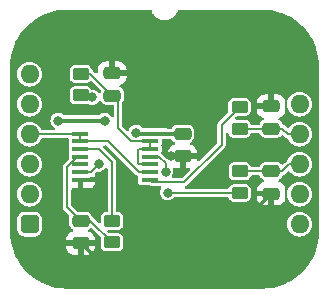
<source format=gtl>
%TF.GenerationSoftware,KiCad,Pcbnew,8.0.3*%
%TF.CreationDate,2024-06-12T09:31:00+02:00*%
%TF.ProjectId,W65C816 Latch,57363543-3831-4362-904c-617463682e6b,V1*%
%TF.SameCoordinates,PX54c81a0PY37b6b20*%
%TF.FileFunction,Copper,L1,Top*%
%TF.FilePolarity,Positive*%
%FSLAX46Y46*%
G04 Gerber Fmt 4.6, Leading zero omitted, Abs format (unit mm)*
G04 Created by KiCad (PCBNEW 8.0.3) date 2024-06-12 09:31:00*
%MOMM*%
%LPD*%
G01*
G04 APERTURE LIST*
G04 Aperture macros list*
%AMRoundRect*
0 Rectangle with rounded corners*
0 $1 Rounding radius*
0 $2 $3 $4 $5 $6 $7 $8 $9 X,Y pos of 4 corners*
0 Add a 4 corners polygon primitive as box body*
4,1,4,$2,$3,$4,$5,$6,$7,$8,$9,$2,$3,0*
0 Add four circle primitives for the rounded corners*
1,1,$1+$1,$2,$3*
1,1,$1+$1,$4,$5*
1,1,$1+$1,$6,$7*
1,1,$1+$1,$8,$9*
0 Add four rect primitives between the rounded corners*
20,1,$1+$1,$2,$3,$4,$5,0*
20,1,$1+$1,$4,$5,$6,$7,0*
20,1,$1+$1,$6,$7,$8,$9,0*
20,1,$1+$1,$8,$9,$2,$3,0*%
G04 Aperture macros list end*
%TA.AperFunction,ComponentPad*%
%ADD10O,1.600000X1.600000*%
%TD*%
%TA.AperFunction,ComponentPad*%
%ADD11RoundRect,0.400000X-0.400000X-0.400000X0.400000X-0.400000X0.400000X0.400000X-0.400000X0.400000X0*%
%TD*%
%TA.AperFunction,ComponentPad*%
%ADD12R,1.600000X1.600000*%
%TD*%
%TA.AperFunction,SMDPad,CuDef*%
%ADD13RoundRect,0.250000X-0.450000X0.262500X-0.450000X-0.262500X0.450000X-0.262500X0.450000X0.262500X0*%
%TD*%
%TA.AperFunction,SMDPad,CuDef*%
%ADD14RoundRect,0.250000X0.450000X-0.262500X0.450000X0.262500X-0.450000X0.262500X-0.450000X-0.262500X0*%
%TD*%
%TA.AperFunction,SMDPad,CuDef*%
%ADD15R,1.475000X0.450000*%
%TD*%
%TA.AperFunction,SMDPad,CuDef*%
%ADD16RoundRect,0.250000X0.475000X-0.250000X0.475000X0.250000X-0.475000X0.250000X-0.475000X-0.250000X0*%
%TD*%
%TA.AperFunction,SMDPad,CuDef*%
%ADD17RoundRect,0.250000X-0.475000X0.250000X-0.475000X-0.250000X0.475000X-0.250000X0.475000X0.250000X0*%
%TD*%
%TA.AperFunction,ViaPad*%
%ADD18C,0.800000*%
%TD*%
%TA.AperFunction,Conductor*%
%ADD19C,0.200000*%
%TD*%
%TA.AperFunction,Conductor*%
%ADD20C,0.380000*%
%TD*%
G04 APERTURE END LIST*
D10*
%TO.P,J2,1,Pin_1*%
%TO.N,unconnected-(J2-Pin_1-Pad1)*%
X0Y0D03*
%TO.P,J2,2,Pin_2*%
%TO.N,unconnected-(J2-Pin_2-Pad2)*%
X0Y-2540000D03*
%TO.P,J2,3,Pin_3*%
%TO.N,/~{PHI2}*%
X0Y-5080000D03*
%TO.P,J2,4,Pin_4*%
%TO.N,unconnected-(J2-Pin_4-Pad4)*%
X0Y-7620000D03*
%TO.P,J2,5,Pin_5*%
%TO.N,unconnected-(J2-Pin_5-Pad5)*%
X0Y-10160000D03*
D11*
%TO.P,J2,6,Pin_6*%
%TO.N,3.3V*%
X0Y-12700000D03*
D10*
%TO.P,J2,7,Pin_7*%
%TO.N,unconnected-(J2-Pin_7-Pad7)*%
X22860000Y-12700000D03*
%TO.P,J2,8,Pin_8*%
%TO.N,unconnected-(J2-Pin_8-Pad8)*%
X22860000Y-10160000D03*
%TO.P,J2,9,Pin_9*%
%TO.N,/~{Trans Out}*%
X22860000Y-7620000D03*
%TO.P,J2,10,Pin_10*%
%TO.N,/Bank Latch*%
X22860000Y-5080000D03*
%TO.P,J2,11,Pin_11*%
%TO.N,unconnected-(J2-Pin_11-Pad11)*%
X22860000Y-2540000D03*
D12*
%TO.P,J2,12,Pin_12*%
%TO.N,GND*%
X22860000Y0D03*
%TD*%
D13*
%TO.P,R4,1*%
%TO.N,/~{Trans Out}*%
X17790000Y-8231500D03*
%TO.P,R4,2*%
%TO.N,Net-(IC1-4Y)*%
X17790000Y-10056500D03*
%TD*%
D14*
%TO.P,R3,1*%
%TO.N,/Bank Latch*%
X17770000Y-4619000D03*
%TO.P,R3,2*%
%TO.N,Net-(IC1-3Y)*%
X17770000Y-2794000D03*
%TD*%
D13*
%TO.P,R2,1*%
%TO.N,/~{PHI2}_{3}*%
X4328000Y23500D03*
%TO.P,R2,2*%
%TO.N,Net-(IC1-2Y)*%
X4328000Y-1801500D03*
%TD*%
D14*
%TO.P,R1,1*%
%TO.N,/~{PHI2}_{2}*%
X6975000Y-14247500D03*
%TO.P,R1,2*%
%TO.N,Net-(IC1-1Y)*%
X6975000Y-12422500D03*
%TD*%
D15*
%TO.P,IC1,1,1A*%
%TO.N,/~{PHI2}*%
X4301000Y-5035000D03*
%TO.P,IC1,2,1B*%
X4301000Y-5685000D03*
%TO.P,IC1,3,1Y*%
%TO.N,Net-(IC1-1Y)*%
X4301000Y-6335000D03*
%TO.P,IC1,4,2A*%
%TO.N,/~{PHI2}_{2}*%
X4301000Y-6985000D03*
%TO.P,IC1,5,2B*%
X4301000Y-7635000D03*
%TO.P,IC1,6,2Y*%
%TO.N,Net-(IC1-2Y)*%
X4301000Y-8285000D03*
%TO.P,IC1,7,GND*%
%TO.N,GND*%
X4301000Y-8935000D03*
%TO.P,IC1,8,3Y*%
%TO.N,Net-(IC1-3Y)*%
X10177000Y-8935000D03*
%TO.P,IC1,9,3A*%
%TO.N,/~{PHI2}*%
X10177000Y-8285000D03*
%TO.P,IC1,10,3B*%
%TO.N,/~{PHI2}_{3}*%
X10177000Y-7635000D03*
%TO.P,IC1,11,4Y*%
%TO.N,Net-(IC1-4Y)*%
X10177000Y-6985000D03*
%TO.P,IC1,12,4A*%
%TO.N,/~{PHI2}_{3}*%
X10177000Y-6335000D03*
%TO.P,IC1,13,4B*%
X10177000Y-5685000D03*
%TO.P,IC1,14,3V*%
%TO.N,3.3V*%
X10177000Y-5035000D03*
%TD*%
D16*
%TO.P,C4,1*%
%TO.N,/Bank Latch*%
X20447000Y-4617000D03*
%TO.P,C4,2*%
%TO.N,GND*%
X20447000Y-2717000D03*
%TD*%
%TO.P,C3,1*%
%TO.N,/~{PHI2}_{3}*%
X6985000Y-1823000D03*
%TO.P,C3,2*%
%TO.N,GND*%
X6985000Y77000D03*
%TD*%
D17*
%TO.P,C2,1*%
%TO.N,/~{PHI2}_{2}*%
X4318000Y-12401000D03*
%TO.P,C2,2*%
%TO.N,GND*%
X4318000Y-14301000D03*
%TD*%
%TO.P,C1,1*%
%TO.N,3.3V*%
X12954000Y-5035000D03*
%TO.P,C1,2*%
%TO.N,GND*%
X12954000Y-6935000D03*
%TD*%
%TO.P,C5,1*%
%TO.N,/~{Trans Out}*%
X20447000Y-8210000D03*
%TO.P,C5,2*%
%TO.N,GND*%
X20447000Y-10110000D03*
%TD*%
D18*
%TO.N,3.3V*%
X6350000Y-3937000D03*
X2413000Y-3937000D03*
%TO.N,GND*%
X6225000Y-8805944D03*
%TO.N,3.3V*%
X9017000Y-4953000D03*
%TO.N,GND*%
X11939252Y-6917037D03*
X13970000Y-127000D03*
%TO.N,Net-(IC1-4Y)*%
X11514502Y-8255000D03*
X11684000Y-10033000D03*
%TO.N,Net-(IC1-2Y)*%
X5842000Y-7620000D03*
X5264919Y-1974081D03*
%TD*%
D19*
%TO.N,Net-(IC1-1Y)*%
X5871661Y-6335000D02*
X4301000Y-6335000D01*
D20*
%TO.N,GND*%
X4301000Y-8935000D02*
X6095944Y-8935000D01*
X6095944Y-8935000D02*
X6225000Y-8805944D01*
D19*
%TO.N,Net-(IC1-1Y)*%
X6975000Y-7438339D02*
X5871661Y-6335000D01*
X6975000Y-12422500D02*
X6975000Y-7438339D01*
%TO.N,Net-(IC1-2Y)*%
X4301000Y-8285000D02*
X5177000Y-8285000D01*
X5177000Y-8285000D02*
X5842000Y-7620000D01*
%TO.N,/~{PHI2}_{3}*%
X8606000Y-5685000D02*
X10177000Y-5685000D01*
X7484938Y-4563938D02*
X8606000Y-5685000D01*
X6985000Y-1823000D02*
X7484938Y-2322938D01*
D20*
%TO.N,3.3V*%
X2413000Y-3937000D02*
X6350000Y-3937000D01*
D19*
%TO.N,/~{PHI2}_{3}*%
X7484938Y-2322938D02*
X7484938Y-4563938D01*
D20*
%TO.N,3.3V*%
X10177000Y-5035000D02*
X9099000Y-5035000D01*
X9099000Y-5035000D02*
X9017000Y-4953000D01*
%TO.N,GND*%
X11957215Y-6935000D02*
X11939252Y-6917037D01*
D19*
%TO.N,Net-(IC1-4Y)*%
X11514502Y-8255000D02*
X11514502Y-7565512D01*
X10933990Y-6985000D02*
X10177000Y-6985000D01*
D20*
%TO.N,GND*%
X12954000Y-6935000D02*
X11957215Y-6935000D01*
D19*
%TO.N,Net-(IC1-4Y)*%
X11514502Y-7565512D02*
X10933990Y-6985000D01*
%TO.N,Net-(IC1-3Y)*%
X16256000Y-4308000D02*
X17770000Y-2794000D01*
X16256000Y-5969000D02*
X16256000Y-4308000D01*
X10177000Y-8935000D02*
X10374000Y-9132000D01*
X10374000Y-9132000D02*
X13093000Y-9132000D01*
X13093000Y-9132000D02*
X16256000Y-5969000D01*
D20*
%TO.N,GND*%
X5167000Y-15150000D02*
X4318000Y-14301000D01*
X15407000Y-15150000D02*
X5167000Y-15150000D01*
X20447000Y-10110000D02*
X15407000Y-15150000D01*
X13766000Y77000D02*
X6985000Y77000D01*
X13970000Y-127000D02*
X13766000Y77000D01*
X18796000Y-127000D02*
X20447000Y-1778000D01*
X13970000Y-127000D02*
X18796000Y-127000D01*
X20447000Y-1778000D02*
X20447000Y-2717000D01*
X22225000Y0D02*
X20447000Y-1778000D01*
X22860000Y0D02*
X22225000Y0D01*
%TO.N,3.3V*%
X11512000Y-5035000D02*
X11557000Y-5080000D01*
X10177000Y-5035000D02*
X11512000Y-5035000D01*
D19*
%TO.N,Net-(IC1-4Y)*%
X11707500Y-10056500D02*
X11684000Y-10033000D01*
X17790000Y-10056500D02*
X11707500Y-10056500D01*
%TO.N,/~{Trans Out}*%
X17790000Y-8231500D02*
X20425500Y-8231500D01*
%TO.N,/Bank Latch*%
X21844000Y-5080000D02*
X22860000Y-5080000D01*
X21381000Y-4617000D02*
X21844000Y-5080000D01*
X20447000Y-4617000D02*
X21381000Y-4617000D01*
%TO.N,/~{Trans Out}*%
X21971000Y-7620000D02*
X22860000Y-7620000D01*
X21381000Y-8210000D02*
X21971000Y-7620000D01*
X20447000Y-8210000D02*
X21381000Y-8210000D01*
%TO.N,/Bank Latch*%
X17770000Y-4619000D02*
X20445000Y-4619000D01*
%TO.N,/~{PHI2}_{3}*%
X9264500Y-7635000D02*
X10177000Y-7635000D01*
X9139500Y-7510000D02*
X9264500Y-7635000D01*
X9139500Y-6435000D02*
X9139500Y-7510000D01*
X9239500Y-6335000D02*
X9139500Y-6435000D01*
X10177000Y-6335000D02*
X9239500Y-6335000D01*
X10177000Y-5685000D02*
X10177000Y-6335000D01*
X5138500Y23500D02*
X6985000Y-1823000D01*
X4328000Y23500D02*
X5138500Y23500D01*
%TO.N,Net-(IC1-2Y)*%
X5092338Y-1801500D02*
X5264919Y-1974081D01*
X4328000Y-1801500D02*
X5092338Y-1801500D01*
%TO.N,/~{PHI2}_{2}*%
X5128500Y-12401000D02*
X6975000Y-14247500D01*
X4318000Y-12401000D02*
X5128500Y-12401000D01*
X3175000Y-7848500D02*
X3175000Y-11258000D01*
X4038500Y-6985000D02*
X3175000Y-7848500D01*
X3175000Y-11258000D02*
X4318000Y-12401000D01*
%TO.N,/~{PHI2}*%
X9264500Y-8285000D02*
X10177000Y-8285000D01*
X6664500Y-5685000D02*
X9264500Y-8285000D01*
X4301000Y-5685000D02*
X6664500Y-5685000D01*
X4301000Y-5035000D02*
X4301000Y-5685000D01*
X0Y-5080000D02*
X4256000Y-5080000D01*
D20*
%TO.N,3.3V*%
X11557000Y-5080000D02*
X12909000Y-5080000D01*
%TD*%
%TA.AperFunction,Conductor*%
%TO.N,GND*%
G36*
X21721042Y5014081D02*
G01*
X21730834Y5009515D01*
X22094965Y4819961D01*
X22104305Y4814568D01*
X22428511Y4608026D01*
X22450516Y4594007D01*
X22459377Y4587803D01*
X22785050Y4337906D01*
X22793337Y4330952D01*
X23095980Y4053630D01*
X23103629Y4045981D01*
X23380951Y3743338D01*
X23387905Y3735051D01*
X23637802Y3409378D01*
X23644006Y3400517D01*
X23864559Y3054320D01*
X23869968Y3044952D01*
X24059511Y2680841D01*
X24064083Y2671037D01*
X24221173Y2291791D01*
X24224872Y2281628D01*
X24264077Y2157285D01*
X24348311Y1890131D01*
X24351111Y1879681D01*
X24439958Y1478916D01*
X24441836Y1468263D01*
X24495415Y1061289D01*
X24496358Y1050513D01*
X24514382Y637703D01*
X24514500Y632294D01*
X24514500Y-13332293D01*
X24514382Y-13337702D01*
X24496358Y-13750512D01*
X24495415Y-13761288D01*
X24441836Y-14168262D01*
X24439958Y-14178915D01*
X24351111Y-14579680D01*
X24348311Y-14590130D01*
X24224873Y-14981625D01*
X24221173Y-14991790D01*
X24064083Y-15371036D01*
X24059511Y-15380840D01*
X23869968Y-15744951D01*
X23864559Y-15754319D01*
X23644006Y-16100516D01*
X23637802Y-16109377D01*
X23387905Y-16435050D01*
X23380951Y-16443337D01*
X23103629Y-16745980D01*
X23095980Y-16753629D01*
X22793337Y-17030951D01*
X22785050Y-17037905D01*
X22459377Y-17287802D01*
X22450516Y-17294006D01*
X22104319Y-17514559D01*
X22094951Y-17519968D01*
X21730840Y-17709511D01*
X21721036Y-17714083D01*
X21590000Y-17768359D01*
X21590000Y-12700000D01*
X21804417Y-12700000D01*
X21824699Y-12905932D01*
X21824700Y-12905934D01*
X21884768Y-13103954D01*
X21982315Y-13286450D01*
X21982317Y-13286452D01*
X22113589Y-13446410D01*
X22210209Y-13525702D01*
X22273550Y-13577685D01*
X22456046Y-13675232D01*
X22654066Y-13735300D01*
X22654065Y-13735300D01*
X22672529Y-13737118D01*
X22860000Y-13755583D01*
X23065934Y-13735300D01*
X23263954Y-13675232D01*
X23446450Y-13577685D01*
X23606410Y-13446410D01*
X23737685Y-13286450D01*
X23835232Y-13103954D01*
X23895300Y-12905934D01*
X23915583Y-12700000D01*
X23895300Y-12494066D01*
X23835232Y-12296046D01*
X23737685Y-12113550D01*
X23685702Y-12050209D01*
X23606410Y-11953589D01*
X23446452Y-11822317D01*
X23446453Y-11822317D01*
X23446450Y-11822315D01*
X23263954Y-11724768D01*
X23065934Y-11664700D01*
X23065932Y-11664699D01*
X23065934Y-11664699D01*
X22860000Y-11644417D01*
X22654067Y-11664699D01*
X22456043Y-11724769D01*
X22345898Y-11783643D01*
X22273550Y-11822315D01*
X22273548Y-11822316D01*
X22273547Y-11822317D01*
X22113589Y-11953589D01*
X21982317Y-12113547D01*
X21884769Y-12296043D01*
X21824699Y-12494067D01*
X21804417Y-12700000D01*
X21590000Y-12700000D01*
X21590000Y-10160000D01*
X21804417Y-10160000D01*
X21824699Y-10365932D01*
X21824700Y-10365934D01*
X21884768Y-10563954D01*
X21982315Y-10746450D01*
X21982317Y-10746452D01*
X22113589Y-10906410D01*
X22210209Y-10985702D01*
X22273550Y-11037685D01*
X22456046Y-11135232D01*
X22654066Y-11195300D01*
X22654065Y-11195300D01*
X22672529Y-11197118D01*
X22860000Y-11215583D01*
X23065934Y-11195300D01*
X23263954Y-11135232D01*
X23446450Y-11037685D01*
X23606410Y-10906410D01*
X23737685Y-10746450D01*
X23835232Y-10563954D01*
X23895300Y-10365934D01*
X23915583Y-10160000D01*
X23895300Y-9954066D01*
X23835232Y-9756046D01*
X23737685Y-9573550D01*
X23685702Y-9510209D01*
X23606410Y-9413589D01*
X23446452Y-9282317D01*
X23446453Y-9282317D01*
X23446450Y-9282315D01*
X23263954Y-9184768D01*
X23065934Y-9124700D01*
X23065932Y-9124699D01*
X23065934Y-9124699D01*
X22860000Y-9104417D01*
X22654067Y-9124699D01*
X22456043Y-9184769D01*
X22345898Y-9243643D01*
X22273550Y-9282315D01*
X22273548Y-9282316D01*
X22273547Y-9282317D01*
X22113589Y-9413589D01*
X21982317Y-9573547D01*
X21884769Y-9756043D01*
X21824699Y-9954067D01*
X21804417Y-10160000D01*
X21590000Y-10160000D01*
X21590000Y-8494056D01*
X21596212Y-8490470D01*
X21839562Y-8247119D01*
X21900880Y-8213637D01*
X21970572Y-8218621D01*
X22023092Y-8256138D01*
X22113589Y-8366409D01*
X22113590Y-8366410D01*
X22273550Y-8497685D01*
X22456046Y-8595232D01*
X22654066Y-8655300D01*
X22654065Y-8655300D01*
X22672529Y-8657118D01*
X22860000Y-8675583D01*
X23065934Y-8655300D01*
X23263954Y-8595232D01*
X23446450Y-8497685D01*
X23606410Y-8366410D01*
X23737685Y-8206450D01*
X23835232Y-8023954D01*
X23895300Y-7825934D01*
X23915583Y-7620000D01*
X23895300Y-7414066D01*
X23835232Y-7216046D01*
X23737685Y-7033550D01*
X23685702Y-6970209D01*
X23606410Y-6873589D01*
X23446452Y-6742317D01*
X23446453Y-6742317D01*
X23446450Y-6742315D01*
X23263954Y-6644768D01*
X23065934Y-6584700D01*
X23065932Y-6584699D01*
X23065934Y-6584699D01*
X22860000Y-6564417D01*
X22654067Y-6584699D01*
X22456043Y-6644769D01*
X22345898Y-6703643D01*
X22273550Y-6742315D01*
X22273548Y-6742316D01*
X22273547Y-6742317D01*
X22113589Y-6873589D01*
X21982317Y-7033547D01*
X21884767Y-7216047D01*
X21880963Y-7228586D01*
X21842662Y-7287023D01*
X21824304Y-7299972D01*
X21755791Y-7339527D01*
X21755786Y-7339531D01*
X21590000Y-7505317D01*
X21590000Y-5321682D01*
X21628788Y-5360470D01*
X21708712Y-5406614D01*
X21797856Y-5430500D01*
X21797858Y-5430500D01*
X21805706Y-5432603D01*
X21805348Y-5433937D01*
X21861358Y-5458713D01*
X21890636Y-5494933D01*
X21982315Y-5666450D01*
X21982317Y-5666452D01*
X22113589Y-5826410D01*
X22210209Y-5905702D01*
X22273550Y-5957685D01*
X22456046Y-6055232D01*
X22654066Y-6115300D01*
X22654065Y-6115300D01*
X22672529Y-6117118D01*
X22860000Y-6135583D01*
X23065934Y-6115300D01*
X23263954Y-6055232D01*
X23446450Y-5957685D01*
X23606410Y-5826410D01*
X23737685Y-5666450D01*
X23835232Y-5483954D01*
X23895300Y-5285934D01*
X23915583Y-5080000D01*
X23895300Y-4874066D01*
X23835232Y-4676046D01*
X23737685Y-4493550D01*
X23685702Y-4430209D01*
X23606410Y-4333589D01*
X23446452Y-4202317D01*
X23446453Y-4202317D01*
X23446450Y-4202315D01*
X23263954Y-4104768D01*
X23065934Y-4044700D01*
X23065932Y-4044699D01*
X23065934Y-4044699D01*
X22860000Y-4024417D01*
X22654067Y-4044699D01*
X22456043Y-4104769D01*
X22345898Y-4163643D01*
X22273550Y-4202315D01*
X22273548Y-4202316D01*
X22273547Y-4202317D01*
X22113589Y-4333589D01*
X21982316Y-4493547D01*
X21981333Y-4495388D01*
X21980562Y-4496171D01*
X21978934Y-4498610D01*
X21978471Y-4498300D01*
X21932369Y-4545231D01*
X21864231Y-4560690D01*
X21798552Y-4536856D01*
X21784295Y-4524613D01*
X21596213Y-4336531D01*
X21596208Y-4336527D01*
X21590000Y-4332942D01*
X21590000Y-2540000D01*
X21804417Y-2540000D01*
X21824699Y-2745932D01*
X21824700Y-2745934D01*
X21884768Y-2943954D01*
X21982315Y-3126450D01*
X21982317Y-3126452D01*
X22113589Y-3286410D01*
X22210209Y-3365702D01*
X22273550Y-3417685D01*
X22456046Y-3515232D01*
X22654066Y-3575300D01*
X22654065Y-3575300D01*
X22672529Y-3577118D01*
X22860000Y-3595583D01*
X23065934Y-3575300D01*
X23263954Y-3515232D01*
X23446450Y-3417685D01*
X23606410Y-3286410D01*
X23737685Y-3126450D01*
X23835232Y-2943954D01*
X23895300Y-2745934D01*
X23915583Y-2540000D01*
X23895300Y-2334066D01*
X23835232Y-2136046D01*
X23737685Y-1953550D01*
X23685702Y-1890209D01*
X23606410Y-1793589D01*
X23446452Y-1662317D01*
X23446453Y-1662317D01*
X23446450Y-1662315D01*
X23263954Y-1564768D01*
X23065934Y-1504700D01*
X23065932Y-1504699D01*
X23065934Y-1504699D01*
X22860000Y-1484417D01*
X22654067Y-1504699D01*
X22456043Y-1564769D01*
X22345898Y-1623643D01*
X22273550Y-1662315D01*
X22273548Y-1662316D01*
X22273547Y-1662317D01*
X22113589Y-1793589D01*
X21982317Y-1953547D01*
X21884769Y-2136043D01*
X21824699Y-2334067D01*
X21804417Y-2540000D01*
X21590000Y-2540000D01*
X21590000Y5068361D01*
X21721042Y5014081D01*
G37*
%TD.AperFunction*%
%TD*%
%TA.AperFunction,Conductor*%
%TO.N,GND*%
G36*
X1270000Y-4729500D02*
G01*
X1078127Y-4729500D01*
X1011088Y-4709815D01*
X968769Y-4663954D01*
X949879Y-4628615D01*
X877685Y-4493550D01*
X825702Y-4430209D01*
X746410Y-4333589D01*
X586452Y-4202317D01*
X586453Y-4202317D01*
X586450Y-4202315D01*
X403954Y-4104768D01*
X205934Y-4044700D01*
X205932Y-4044699D01*
X205934Y-4044699D01*
X0Y-4024417D01*
X-205933Y-4044699D01*
X-403957Y-4104769D01*
X-514102Y-4163643D01*
X-586450Y-4202315D01*
X-586452Y-4202316D01*
X-586453Y-4202317D01*
X-746411Y-4333589D01*
X-877683Y-4493547D01*
X-975231Y-4676043D01*
X-1035301Y-4874067D01*
X-1055583Y-5080000D01*
X-1035301Y-5285932D01*
X-1035300Y-5285934D01*
X-975232Y-5483954D01*
X-877685Y-5666450D01*
X-877683Y-5666452D01*
X-746411Y-5826410D01*
X-649791Y-5905702D01*
X-586450Y-5957685D01*
X-403954Y-6055232D01*
X-205934Y-6115300D01*
X-205935Y-6115300D01*
X-187471Y-6117118D01*
X0Y-6135583D01*
X205934Y-6115300D01*
X403954Y-6055232D01*
X586450Y-5957685D01*
X746410Y-5826410D01*
X877685Y-5666450D01*
X968769Y-5496046D01*
X1017732Y-5446202D01*
X1078127Y-5430500D01*
X1270000Y-5430500D01*
X1270000Y-17768359D01*
X1138964Y-17714083D01*
X1129159Y-17709511D01*
X1007928Y-17646402D01*
X765042Y-17519964D01*
X755686Y-17514563D01*
X582581Y-17404282D01*
X409483Y-17294006D01*
X400622Y-17287802D01*
X74949Y-17037905D01*
X66662Y-17030951D01*
X-235981Y-16753629D01*
X-243630Y-16745980D01*
X-520952Y-16443337D01*
X-527906Y-16435050D01*
X-777803Y-16109377D01*
X-784007Y-16100516D01*
X-806037Y-16065936D01*
X-1004568Y-15754305D01*
X-1009961Y-15744965D01*
X-1199515Y-15380834D01*
X-1204084Y-15371036D01*
X-1361180Y-14991775D01*
X-1364869Y-14981640D01*
X-1488318Y-14590111D01*
X-1491107Y-14579699D01*
X-1579962Y-14178898D01*
X-1581834Y-14168279D01*
X-1635418Y-13761268D01*
X-1636358Y-13750533D01*
X-1654382Y-13337702D01*
X-1654500Y-13332293D01*
X-1654500Y-12234298D01*
X-1050500Y-12234298D01*
X-1050500Y-13165701D01*
X-1047599Y-13202567D01*
X-1047598Y-13202573D01*
X-1001746Y-13360393D01*
X-1001745Y-13360396D01*
X-918083Y-13501862D01*
X-918077Y-13501870D01*
X-801871Y-13618076D01*
X-801867Y-13618079D01*
X-801865Y-13618081D01*
X-660398Y-13701744D01*
X-618776Y-13713836D01*
X-502574Y-13747597D01*
X-502571Y-13747597D01*
X-502569Y-13747598D01*
X-465694Y-13750500D01*
X-465686Y-13750500D01*
X465686Y-13750500D01*
X465694Y-13750500D01*
X502569Y-13747598D01*
X502571Y-13747597D01*
X502573Y-13747597D01*
X544191Y-13735505D01*
X660398Y-13701744D01*
X801865Y-13618081D01*
X918081Y-13501865D01*
X1001744Y-13360398D01*
X1047598Y-13202569D01*
X1050500Y-13165694D01*
X1050500Y-12234306D01*
X1047598Y-12197431D01*
X1001744Y-12039602D01*
X918081Y-11898135D01*
X918079Y-11898133D01*
X918076Y-11898129D01*
X801870Y-11781923D01*
X801862Y-11781917D01*
X660396Y-11698255D01*
X660393Y-11698254D01*
X502573Y-11652402D01*
X502567Y-11652401D01*
X465701Y-11649500D01*
X465694Y-11649500D01*
X-465694Y-11649500D01*
X-465702Y-11649500D01*
X-502568Y-11652401D01*
X-502574Y-11652402D01*
X-660394Y-11698254D01*
X-660397Y-11698255D01*
X-801863Y-11781917D01*
X-801871Y-11781923D01*
X-918077Y-11898129D01*
X-918083Y-11898137D01*
X-1001745Y-12039603D01*
X-1001746Y-12039606D01*
X-1047598Y-12197426D01*
X-1047599Y-12197432D01*
X-1050500Y-12234298D01*
X-1654500Y-12234298D01*
X-1654500Y-10160000D01*
X-1055583Y-10160000D01*
X-1035301Y-10365932D01*
X-1035300Y-10365934D01*
X-975232Y-10563954D01*
X-877685Y-10746450D01*
X-877683Y-10746452D01*
X-746411Y-10906410D01*
X-649791Y-10985702D01*
X-586450Y-11037685D01*
X-403954Y-11135232D01*
X-205934Y-11195300D01*
X-205935Y-11195300D01*
X-187471Y-11197118D01*
X0Y-11215583D01*
X205934Y-11195300D01*
X403954Y-11135232D01*
X586450Y-11037685D01*
X746410Y-10906410D01*
X877685Y-10746450D01*
X975232Y-10563954D01*
X1035300Y-10365934D01*
X1055583Y-10160000D01*
X1035300Y-9954066D01*
X975232Y-9756046D01*
X877685Y-9573550D01*
X825702Y-9510209D01*
X746410Y-9413589D01*
X586452Y-9282317D01*
X586453Y-9282317D01*
X586450Y-9282315D01*
X403954Y-9184768D01*
X205934Y-9124700D01*
X205932Y-9124699D01*
X205934Y-9124699D01*
X0Y-9104417D01*
X-205933Y-9124699D01*
X-403957Y-9184769D01*
X-514102Y-9243643D01*
X-586450Y-9282315D01*
X-586452Y-9282316D01*
X-586453Y-9282317D01*
X-746411Y-9413589D01*
X-877683Y-9573547D01*
X-975231Y-9756043D01*
X-1035301Y-9954067D01*
X-1055583Y-10160000D01*
X-1654500Y-10160000D01*
X-1654500Y-7620000D01*
X-1055583Y-7620000D01*
X-1035301Y-7825932D01*
X-1035300Y-7825934D01*
X-975232Y-8023954D01*
X-877685Y-8206450D01*
X-877683Y-8206452D01*
X-746411Y-8366410D01*
X-649791Y-8445702D01*
X-586450Y-8497685D01*
X-403954Y-8595232D01*
X-205934Y-8655300D01*
X-205935Y-8655300D01*
X-187471Y-8657118D01*
X0Y-8675583D01*
X205934Y-8655300D01*
X403954Y-8595232D01*
X586450Y-8497685D01*
X746410Y-8366410D01*
X877685Y-8206450D01*
X975232Y-8023954D01*
X1035300Y-7825934D01*
X1055583Y-7620000D01*
X1035300Y-7414066D01*
X975232Y-7216046D01*
X877685Y-7033550D01*
X825702Y-6970209D01*
X746410Y-6873589D01*
X586452Y-6742317D01*
X586453Y-6742317D01*
X586450Y-6742315D01*
X403954Y-6644768D01*
X205934Y-6584700D01*
X205932Y-6584699D01*
X205934Y-6584699D01*
X0Y-6564417D01*
X-205933Y-6584699D01*
X-403957Y-6644769D01*
X-514102Y-6703643D01*
X-586450Y-6742315D01*
X-586452Y-6742316D01*
X-586453Y-6742317D01*
X-746411Y-6873589D01*
X-877683Y-7033547D01*
X-975231Y-7216043D01*
X-1035301Y-7414067D01*
X-1055583Y-7620000D01*
X-1654500Y-7620000D01*
X-1654500Y-2540000D01*
X-1055583Y-2540000D01*
X-1035301Y-2745932D01*
X-1035300Y-2745934D01*
X-975232Y-2943954D01*
X-877685Y-3126450D01*
X-877683Y-3126452D01*
X-746411Y-3286410D01*
X-649791Y-3365702D01*
X-586450Y-3417685D01*
X-403954Y-3515232D01*
X-205934Y-3575300D01*
X-205935Y-3575300D01*
X-187471Y-3577118D01*
X0Y-3595583D01*
X205934Y-3575300D01*
X403954Y-3515232D01*
X586450Y-3417685D01*
X746410Y-3286410D01*
X877685Y-3126450D01*
X975232Y-2943954D01*
X1035300Y-2745934D01*
X1055583Y-2540000D01*
X1035300Y-2334066D01*
X975232Y-2136046D01*
X877685Y-1953550D01*
X825702Y-1890209D01*
X746410Y-1793589D01*
X586452Y-1662317D01*
X586453Y-1662317D01*
X586450Y-1662315D01*
X403954Y-1564768D01*
X205934Y-1504700D01*
X205932Y-1504699D01*
X205934Y-1504699D01*
X0Y-1484417D01*
X-205933Y-1504699D01*
X-403957Y-1564769D01*
X-514102Y-1623643D01*
X-586450Y-1662315D01*
X-586452Y-1662316D01*
X-586453Y-1662317D01*
X-746411Y-1793589D01*
X-877683Y-1953547D01*
X-975231Y-2136043D01*
X-1035301Y-2334067D01*
X-1055583Y-2540000D01*
X-1654500Y-2540000D01*
X-1654500Y0D01*
X-1055583Y0D01*
X-1035301Y-205932D01*
X-1035300Y-205934D01*
X-975232Y-403954D01*
X-877685Y-586450D01*
X-877683Y-586452D01*
X-746411Y-746410D01*
X-649791Y-825702D01*
X-586450Y-877685D01*
X-403954Y-975232D01*
X-205934Y-1035300D01*
X-205935Y-1035300D01*
X-187471Y-1037118D01*
X0Y-1055583D01*
X205934Y-1035300D01*
X403954Y-975232D01*
X586450Y-877685D01*
X746410Y-746410D01*
X877685Y-586450D01*
X975232Y-403954D01*
X1035300Y-205934D01*
X1055583Y0D01*
X1035300Y205934D01*
X975232Y403954D01*
X877685Y586450D01*
X796949Y684828D01*
X746410Y746411D01*
X586452Y877683D01*
X586453Y877683D01*
X586450Y877685D01*
X403954Y975232D01*
X205934Y1035300D01*
X205932Y1035301D01*
X205934Y1035301D01*
X0Y1055583D01*
X-205933Y1035301D01*
X-403957Y975231D01*
X-514102Y916357D01*
X-586450Y877685D01*
X-586452Y877684D01*
X-586453Y877683D01*
X-746411Y746411D01*
X-877683Y586453D01*
X-975231Y403957D01*
X-1035301Y205933D01*
X-1055583Y0D01*
X-1654500Y0D01*
X-1654500Y632294D01*
X-1654382Y637703D01*
X-1636358Y1050536D01*
X-1635418Y1061268D01*
X-1581834Y1468284D01*
X-1579963Y1478895D01*
X-1491106Y1879706D01*
X-1488319Y1890106D01*
X-1364867Y2281648D01*
X-1361183Y2291769D01*
X-1204078Y2671052D01*
X-1199520Y2680826D01*
X-1009956Y3044976D01*
X-1004574Y3054297D01*
X-784001Y3400527D01*
X-777810Y3409370D01*
X-527899Y3735060D01*
X-520961Y3743329D01*
X-243620Y4045992D01*
X-235992Y4053620D01*
X66671Y4330961D01*
X74940Y4337899D01*
X400630Y4587810D01*
X409473Y4594001D01*
X755703Y4814574D01*
X765024Y4819956D01*
X1129174Y5009520D01*
X1138948Y5014078D01*
X1270000Y5068361D01*
X1270000Y-4729500D01*
G37*
%TD.AperFunction*%
%TD*%
%TA.AperFunction,Conductor*%
%TO.N,GND*%
G36*
X16811703Y-4994299D02*
G01*
X16846682Y-5044679D01*
X16876202Y-5123828D01*
X16876206Y-5123835D01*
X16962452Y-5239044D01*
X16962455Y-5239047D01*
X17077664Y-5325293D01*
X17077671Y-5325297D01*
X17212517Y-5375591D01*
X17212516Y-5375591D01*
X17219444Y-5376335D01*
X17272127Y-5382000D01*
X18267872Y-5381999D01*
X18327483Y-5375591D01*
X18462331Y-5325296D01*
X18577546Y-5239046D01*
X18663796Y-5123831D01*
X18691271Y-5050167D01*
X18733142Y-4994233D01*
X18798606Y-4969816D01*
X18807453Y-4969500D01*
X19389955Y-4969500D01*
X19456994Y-4989185D01*
X19502749Y-5041989D01*
X19506137Y-5050167D01*
X19528202Y-5109328D01*
X19528206Y-5109335D01*
X19614452Y-5224544D01*
X19614455Y-5224547D01*
X19729664Y-5310793D01*
X19729671Y-5310797D01*
X19864517Y-5361091D01*
X19864516Y-5361091D01*
X19871444Y-5361835D01*
X19924127Y-5367500D01*
X20969872Y-5367499D01*
X21029483Y-5361091D01*
X21164331Y-5310796D01*
X21279546Y-5224546D01*
X21285111Y-5217111D01*
X21341044Y-5175240D01*
X21410736Y-5170256D01*
X21472059Y-5203741D01*
X21590000Y-5321682D01*
X21590000Y-7505317D01*
X21472058Y-7623259D01*
X21410735Y-7656743D01*
X21341043Y-7651759D01*
X21285110Y-7609887D01*
X21279546Y-7602454D01*
X21279544Y-7602453D01*
X21279544Y-7602452D01*
X21164335Y-7516206D01*
X21164328Y-7516202D01*
X21029482Y-7465908D01*
X21029483Y-7465908D01*
X20969883Y-7459501D01*
X20969881Y-7459500D01*
X20969873Y-7459500D01*
X20969864Y-7459500D01*
X19924129Y-7459500D01*
X19924123Y-7459501D01*
X19864516Y-7465908D01*
X19729671Y-7516202D01*
X19729664Y-7516206D01*
X19614455Y-7602452D01*
X19614452Y-7602455D01*
X19528206Y-7717664D01*
X19528202Y-7717671D01*
X19497372Y-7800333D01*
X19455501Y-7856267D01*
X19390037Y-7880684D01*
X19381190Y-7881000D01*
X18827453Y-7881000D01*
X18760414Y-7861315D01*
X18714659Y-7808511D01*
X18711271Y-7800333D01*
X18683797Y-7726671D01*
X18683793Y-7726664D01*
X18597547Y-7611455D01*
X18597544Y-7611452D01*
X18482335Y-7525206D01*
X18482328Y-7525202D01*
X18347482Y-7474908D01*
X18347483Y-7474908D01*
X18287883Y-7468501D01*
X18287881Y-7468500D01*
X18287873Y-7468500D01*
X18287864Y-7468500D01*
X17292129Y-7468500D01*
X17292123Y-7468501D01*
X17232516Y-7474908D01*
X17097671Y-7525202D01*
X17097664Y-7525206D01*
X16982455Y-7611452D01*
X16982452Y-7611455D01*
X16896206Y-7726664D01*
X16896202Y-7726671D01*
X16847867Y-7856267D01*
X16845909Y-7861517D01*
X16839500Y-7921127D01*
X16839500Y-7921134D01*
X16839500Y-7921135D01*
X16839500Y-8541870D01*
X16839501Y-8541876D01*
X16845908Y-8601483D01*
X16896202Y-8736328D01*
X16896206Y-8736335D01*
X16982452Y-8851544D01*
X16982455Y-8851547D01*
X17097664Y-8937793D01*
X17097671Y-8937797D01*
X17232517Y-8988091D01*
X17232516Y-8988091D01*
X17239444Y-8988835D01*
X17292127Y-8994500D01*
X18287872Y-8994499D01*
X18347483Y-8988091D01*
X18482331Y-8937796D01*
X18597546Y-8851546D01*
X18683796Y-8736331D01*
X18711272Y-8662665D01*
X18753142Y-8606733D01*
X18818606Y-8582316D01*
X18827453Y-8582000D01*
X19397228Y-8582000D01*
X19464267Y-8601685D01*
X19510022Y-8654489D01*
X19513409Y-8662665D01*
X19528204Y-8702333D01*
X19528205Y-8702334D01*
X19614452Y-8817544D01*
X19614455Y-8817547D01*
X19729664Y-8903793D01*
X19729673Y-8903798D01*
X19749468Y-8911181D01*
X19805402Y-8953051D01*
X19829820Y-9018515D01*
X19814969Y-9086788D01*
X19765565Y-9136194D01*
X19745141Y-9145069D01*
X19652878Y-9175642D01*
X19652875Y-9175643D01*
X19503654Y-9267684D01*
X19379684Y-9391654D01*
X19287643Y-9540875D01*
X19287641Y-9540880D01*
X19232494Y-9707302D01*
X19232493Y-9707309D01*
X19222000Y-9810013D01*
X19222000Y-9860000D01*
X20573000Y-9860000D01*
X20640039Y-9879685D01*
X20685794Y-9932489D01*
X20697000Y-9984000D01*
X20697000Y-11109999D01*
X20971972Y-11109999D01*
X20971986Y-11109998D01*
X21074697Y-11099505D01*
X21241119Y-11044358D01*
X21241124Y-11044356D01*
X21390345Y-10952315D01*
X21514315Y-10828345D01*
X21590000Y-10705641D01*
X21590000Y-17768360D01*
X21341790Y-17871173D01*
X21331625Y-17874873D01*
X20940130Y-17998311D01*
X20929680Y-18001111D01*
X20528915Y-18089958D01*
X20518262Y-18091836D01*
X20111288Y-18145415D01*
X20100512Y-18146358D01*
X19687703Y-18164382D01*
X19682294Y-18164500D01*
X3177706Y-18164500D01*
X3172297Y-18164382D01*
X2759487Y-18146358D01*
X2748711Y-18145415D01*
X2341737Y-18091836D01*
X2331084Y-18089958D01*
X2293573Y-18081642D01*
X1930316Y-18001110D01*
X1919873Y-17998312D01*
X1528372Y-17874872D01*
X1518209Y-17871173D01*
X1270000Y-17768360D01*
X1270000Y-14600986D01*
X3093001Y-14600986D01*
X3103494Y-14703697D01*
X3158641Y-14870119D01*
X3158643Y-14870124D01*
X3250684Y-15019345D01*
X3374654Y-15143315D01*
X3523875Y-15235356D01*
X3523880Y-15235358D01*
X3690302Y-15290505D01*
X3690309Y-15290506D01*
X3793019Y-15300999D01*
X4067999Y-15300999D01*
X4568000Y-15300999D01*
X4842972Y-15300999D01*
X4842986Y-15300998D01*
X4945697Y-15290505D01*
X5112119Y-15235358D01*
X5112124Y-15235356D01*
X5261345Y-15143315D01*
X5385315Y-15019345D01*
X5477356Y-14870124D01*
X5477358Y-14870119D01*
X5532505Y-14703697D01*
X5532506Y-14703690D01*
X5542999Y-14600986D01*
X5543000Y-14600973D01*
X5543000Y-14551000D01*
X4568000Y-14551000D01*
X4568000Y-15300999D01*
X4067999Y-15300999D01*
X4068000Y-15300998D01*
X4068000Y-14551000D01*
X3093001Y-14551000D01*
X3093001Y-14600986D01*
X1270000Y-14600986D01*
X1270000Y-5430500D01*
X3189000Y-5430500D01*
X3256039Y-5450185D01*
X3301794Y-5502989D01*
X3313000Y-5554500D01*
X3313000Y-5934673D01*
X3323171Y-5985810D01*
X3323171Y-6034190D01*
X3313000Y-6085326D01*
X3313000Y-6584673D01*
X3323171Y-6635810D01*
X3323171Y-6684190D01*
X3313000Y-6735326D01*
X3313000Y-7163456D01*
X3293315Y-7230495D01*
X3276681Y-7251137D01*
X2894532Y-7633285D01*
X2894530Y-7633287D01*
X2894530Y-7633288D01*
X2855552Y-7700800D01*
X2855551Y-7700800D01*
X2848387Y-7713209D01*
X2848386Y-7713212D01*
X2824500Y-7802356D01*
X2824500Y-11304143D01*
X2848386Y-11393287D01*
X2848387Y-11393290D01*
X2894527Y-11473208D01*
X2894531Y-11473213D01*
X3324051Y-11902733D01*
X3357536Y-11964056D01*
X3352554Y-12033740D01*
X3348910Y-12043510D01*
X3348908Y-12043517D01*
X3342501Y-12103117D01*
X3342500Y-12103136D01*
X3342500Y-12698870D01*
X3342501Y-12698876D01*
X3348908Y-12758483D01*
X3399202Y-12893328D01*
X3399206Y-12893335D01*
X3485452Y-13008544D01*
X3485455Y-13008547D01*
X3600664Y-13094793D01*
X3600673Y-13094798D01*
X3620468Y-13102181D01*
X3676402Y-13144051D01*
X3700820Y-13209515D01*
X3685969Y-13277788D01*
X3636565Y-13327194D01*
X3616141Y-13336069D01*
X3523878Y-13366642D01*
X3523875Y-13366643D01*
X3374654Y-13458684D01*
X3250684Y-13582654D01*
X3158643Y-13731875D01*
X3158641Y-13731880D01*
X3103494Y-13898302D01*
X3103493Y-13898309D01*
X3093000Y-14001013D01*
X3093000Y-14051000D01*
X5542999Y-14051000D01*
X5542999Y-14001028D01*
X5542998Y-14001013D01*
X5532505Y-13898302D01*
X5477358Y-13731880D01*
X5477356Y-13731875D01*
X5385315Y-13582654D01*
X5261345Y-13458684D01*
X5112124Y-13366643D01*
X5112119Y-13366641D01*
X5019859Y-13336069D01*
X4962414Y-13296296D01*
X4935591Y-13231780D01*
X4947906Y-13163004D01*
X4995449Y-13111804D01*
X5015533Y-13102180D01*
X5035326Y-13094798D01*
X5035331Y-13094796D01*
X5115897Y-13034484D01*
X5181359Y-13010067D01*
X5249632Y-13024918D01*
X5277888Y-13046070D01*
X5997000Y-13765182D01*
X6030485Y-13826505D01*
X6030107Y-13869629D01*
X6031738Y-13869805D01*
X6024501Y-13937117D01*
X6024501Y-13937123D01*
X6024500Y-13937136D01*
X6024500Y-14557870D01*
X6024501Y-14557876D01*
X6030908Y-14617483D01*
X6081202Y-14752328D01*
X6081206Y-14752335D01*
X6167452Y-14867544D01*
X6167455Y-14867547D01*
X6282664Y-14953793D01*
X6282671Y-14953797D01*
X6417517Y-15004091D01*
X6417516Y-15004091D01*
X6424444Y-15004835D01*
X6477127Y-15010500D01*
X7472872Y-15010499D01*
X7532483Y-15004091D01*
X7667331Y-14953796D01*
X7782546Y-14867546D01*
X7868796Y-14752331D01*
X7919091Y-14617483D01*
X7925500Y-14557873D01*
X7925499Y-13937128D01*
X7919091Y-13877517D01*
X7868796Y-13742669D01*
X7868795Y-13742668D01*
X7868793Y-13742664D01*
X7782547Y-13627455D01*
X7782544Y-13627452D01*
X7667335Y-13541206D01*
X7667328Y-13541202D01*
X7532482Y-13490908D01*
X7532483Y-13490908D01*
X7472883Y-13484501D01*
X7472881Y-13484500D01*
X7472873Y-13484500D01*
X7472865Y-13484500D01*
X6759044Y-13484500D01*
X6692005Y-13464815D01*
X6671363Y-13448181D01*
X6620362Y-13397180D01*
X6586877Y-13335857D01*
X6591861Y-13266165D01*
X6633733Y-13210232D01*
X6699197Y-13185815D01*
X6708021Y-13185499D01*
X7472872Y-13185499D01*
X7532483Y-13179091D01*
X7667331Y-13128796D01*
X7782546Y-13042546D01*
X7868796Y-12927331D01*
X7919091Y-12792483D01*
X7925500Y-12732873D01*
X7925499Y-12112128D01*
X7919091Y-12052517D01*
X7918445Y-12050786D01*
X7868797Y-11917671D01*
X7868793Y-11917664D01*
X7782547Y-11802455D01*
X7782544Y-11802452D01*
X7667335Y-11716206D01*
X7667328Y-11716202D01*
X7532482Y-11665908D01*
X7532483Y-11665908D01*
X7472883Y-11659501D01*
X7472881Y-11659500D01*
X7472873Y-11659500D01*
X7472865Y-11659500D01*
X7449500Y-11659500D01*
X7382461Y-11639815D01*
X7336706Y-11587011D01*
X7325500Y-11535500D01*
X7325500Y-7392197D01*
X7325500Y-7392195D01*
X7301614Y-7303051D01*
X7291217Y-7285043D01*
X7255470Y-7223127D01*
X6279524Y-6247181D01*
X6246039Y-6185858D01*
X6251023Y-6116166D01*
X6292895Y-6060233D01*
X6358359Y-6035816D01*
X6367205Y-6035500D01*
X6467956Y-6035500D01*
X6534995Y-6055185D01*
X6555637Y-6071819D01*
X7776608Y-7292789D01*
X8984031Y-8500212D01*
X9049288Y-8565469D01*
X9127001Y-8610338D01*
X9175216Y-8660905D01*
X9189000Y-8717724D01*
X9189000Y-9184678D01*
X9203532Y-9257735D01*
X9203533Y-9257739D01*
X9203534Y-9257740D01*
X9258899Y-9340601D01*
X9335307Y-9391654D01*
X9341760Y-9395966D01*
X9341764Y-9395967D01*
X9414821Y-9410499D01*
X9414824Y-9410500D01*
X9414826Y-9410500D01*
X10122151Y-9410500D01*
X10184145Y-9427109D01*
X10200327Y-9436452D01*
X10200330Y-9436455D01*
X10200331Y-9436455D01*
X10238706Y-9458611D01*
X10238707Y-9458611D01*
X10238712Y-9458614D01*
X10327856Y-9482500D01*
X11037303Y-9482500D01*
X11104342Y-9502185D01*
X11150097Y-9554989D01*
X11160041Y-9624147D01*
X11139353Y-9676940D01*
X11103781Y-9728475D01*
X11103780Y-9728476D01*
X11047762Y-9876181D01*
X11028722Y-10032999D01*
X11028722Y-10033000D01*
X11047762Y-10189818D01*
X11103780Y-10337523D01*
X11193517Y-10467530D01*
X11311760Y-10572283D01*
X11311762Y-10572284D01*
X11451634Y-10645696D01*
X11605014Y-10683500D01*
X11605015Y-10683500D01*
X11762985Y-10683500D01*
X11916365Y-10645696D01*
X12056240Y-10572283D01*
X12174483Y-10467530D01*
X12179294Y-10460559D01*
X12233577Y-10416570D01*
X12281344Y-10407000D01*
X16752547Y-10407000D01*
X16819586Y-10426685D01*
X16865341Y-10479489D01*
X16868729Y-10487667D01*
X16896202Y-10561328D01*
X16896206Y-10561335D01*
X16982452Y-10676544D01*
X16982455Y-10676547D01*
X17097664Y-10762793D01*
X17097671Y-10762797D01*
X17232517Y-10813091D01*
X17232516Y-10813091D01*
X17239444Y-10813835D01*
X17292127Y-10819500D01*
X18287872Y-10819499D01*
X18347483Y-10813091D01*
X18482331Y-10762796D01*
X18597546Y-10676546D01*
X18683796Y-10561331D01*
X18734091Y-10426483D01*
X18735865Y-10409986D01*
X19222001Y-10409986D01*
X19232494Y-10512697D01*
X19287641Y-10679119D01*
X19287643Y-10679124D01*
X19379684Y-10828345D01*
X19503654Y-10952315D01*
X19652875Y-11044356D01*
X19652880Y-11044358D01*
X19819302Y-11099505D01*
X19819309Y-11099506D01*
X19922019Y-11109999D01*
X20196999Y-11109999D01*
X20197000Y-11109998D01*
X20197000Y-10360000D01*
X19222001Y-10360000D01*
X19222001Y-10409986D01*
X18735865Y-10409986D01*
X18740500Y-10366873D01*
X18740499Y-9746128D01*
X18734091Y-9686517D01*
X18728380Y-9671206D01*
X18683797Y-9551671D01*
X18683793Y-9551664D01*
X18597547Y-9436455D01*
X18597544Y-9436452D01*
X18482335Y-9350206D01*
X18482328Y-9350202D01*
X18347482Y-9299908D01*
X18347483Y-9299908D01*
X18287883Y-9293501D01*
X18287881Y-9293500D01*
X18287873Y-9293500D01*
X18287864Y-9293500D01*
X17292129Y-9293500D01*
X17292123Y-9293501D01*
X17232516Y-9299908D01*
X17097671Y-9350202D01*
X17097664Y-9350206D01*
X16982455Y-9436452D01*
X16982452Y-9436455D01*
X16896206Y-9551664D01*
X16896202Y-9551671D01*
X16868729Y-9625333D01*
X16826858Y-9681267D01*
X16761394Y-9705684D01*
X16752547Y-9706000D01*
X13246903Y-9706000D01*
X13179864Y-9686315D01*
X13134109Y-9633511D01*
X13124165Y-9564353D01*
X13153190Y-9500797D01*
X13211968Y-9463023D01*
X13214778Y-9462233D01*
X13228288Y-9458614D01*
X13266670Y-9436454D01*
X13308212Y-9412470D01*
X16536469Y-6184213D01*
X16582614Y-6104288D01*
X16595946Y-6054531D01*
X16606500Y-6015144D01*
X16606500Y-5088012D01*
X16626185Y-5020973D01*
X16678989Y-4975218D01*
X16748147Y-4965274D01*
X16811703Y-4994299D01*
G37*
%TD.AperFunction*%
%TA.AperFunction,Conductor*%
G36*
X6584746Y-7938412D02*
G01*
X6620563Y-7998403D01*
X6624500Y-8029399D01*
X6624500Y-11535500D01*
X6604815Y-11602539D01*
X6552011Y-11648294D01*
X6500505Y-11659500D01*
X6477132Y-11659500D01*
X6477123Y-11659501D01*
X6417516Y-11665908D01*
X6282671Y-11716202D01*
X6282664Y-11716206D01*
X6167455Y-11802452D01*
X6167452Y-11802455D01*
X6081206Y-11917664D01*
X6081202Y-11917671D01*
X6030910Y-12052513D01*
X6030909Y-12052517D01*
X6024500Y-12112127D01*
X6024500Y-12112134D01*
X6024500Y-12112135D01*
X6024500Y-12501957D01*
X6004815Y-12568996D01*
X5952011Y-12614751D01*
X5882853Y-12624695D01*
X5819297Y-12595670D01*
X5812819Y-12589638D01*
X5343714Y-12120532D01*
X5343713Y-12120531D01*
X5343712Y-12120530D01*
X5343709Y-12120528D01*
X5337263Y-12115582D01*
X5338409Y-12114088D01*
X5297365Y-12071039D01*
X5289871Y-12050760D01*
X5289802Y-12050786D01*
X5236797Y-11908671D01*
X5236793Y-11908664D01*
X5150547Y-11793455D01*
X5150544Y-11793452D01*
X5035335Y-11707206D01*
X5035328Y-11707202D01*
X4900482Y-11656908D01*
X4900483Y-11656908D01*
X4840883Y-11650501D01*
X4840881Y-11650500D01*
X4840873Y-11650500D01*
X4840865Y-11650500D01*
X4114544Y-11650500D01*
X4047505Y-11630815D01*
X4026863Y-11614181D01*
X3561819Y-11149137D01*
X3528334Y-11087814D01*
X3525500Y-11061456D01*
X3525500Y-9784000D01*
X3545185Y-9716961D01*
X3597989Y-9671206D01*
X3649500Y-9660000D01*
X4076000Y-9660000D01*
X4526000Y-9660000D01*
X5086328Y-9660000D01*
X5086344Y-9659999D01*
X5145872Y-9653598D01*
X5145879Y-9653596D01*
X5280586Y-9603354D01*
X5280593Y-9603350D01*
X5395687Y-9517190D01*
X5395690Y-9517187D01*
X5481850Y-9402093D01*
X5481854Y-9402086D01*
X5532096Y-9267379D01*
X5532098Y-9267372D01*
X5538499Y-9207844D01*
X5538500Y-9207827D01*
X5538500Y-9160000D01*
X4526000Y-9160000D01*
X4526000Y-9660000D01*
X4076000Y-9660000D01*
X4076000Y-8884500D01*
X4095685Y-8817461D01*
X4148489Y-8771706D01*
X4200000Y-8760500D01*
X5063176Y-8760500D01*
X5136240Y-8745966D01*
X5158794Y-8730897D01*
X5225472Y-8710020D01*
X5227683Y-8710000D01*
X5538500Y-8710000D01*
X5538500Y-8662172D01*
X5538499Y-8662155D01*
X5532097Y-8602622D01*
X5532097Y-8602621D01*
X5511852Y-8548343D01*
X5506866Y-8478652D01*
X5540345Y-8417335D01*
X5652727Y-8304953D01*
X5714046Y-8271472D01*
X5755271Y-8272039D01*
X5755568Y-8269596D01*
X5763014Y-8270500D01*
X5763015Y-8270500D01*
X5920985Y-8270500D01*
X6074365Y-8232696D01*
X6214240Y-8159283D01*
X6332483Y-8054530D01*
X6398450Y-7958960D01*
X6452732Y-7914969D01*
X6522181Y-7907309D01*
X6584746Y-7938412D01*
G37*
%TD.AperFunction*%
%TA.AperFunction,Conductor*%
G36*
X21590000Y-9514358D02*
G01*
X21514315Y-9391654D01*
X21390345Y-9267684D01*
X21241124Y-9175643D01*
X21241119Y-9175641D01*
X21148859Y-9145069D01*
X21091414Y-9105296D01*
X21064591Y-9040780D01*
X21076906Y-8972004D01*
X21124449Y-8920804D01*
X21144533Y-8911180D01*
X21164326Y-8903798D01*
X21164331Y-8903796D01*
X21279546Y-8817546D01*
X21365796Y-8702331D01*
X21370571Y-8689530D01*
X21395417Y-8622912D01*
X21437287Y-8566978D01*
X21479502Y-8546470D01*
X21516288Y-8536614D01*
X21528785Y-8529399D01*
X21590000Y-8494056D01*
X21590000Y-9514358D01*
G37*
%TD.AperFunction*%
%TA.AperFunction,Conductor*%
G36*
X10288757Y5444815D02*
G01*
X10334512Y5392011D01*
X10338240Y5382911D01*
X10393316Y5231590D01*
X10393319Y5231583D01*
X10402431Y5215801D01*
X10473613Y5092509D01*
X10493008Y5058917D01*
X10493012Y5058910D01*
X10532364Y5012013D01*
X10621174Y4906174D01*
X10773913Y4778010D01*
X10946587Y4678317D01*
X11133949Y4610123D01*
X11330307Y4575500D01*
X11330309Y4575500D01*
X11529691Y4575500D01*
X11529693Y4575500D01*
X11726051Y4610123D01*
X11913413Y4678317D01*
X12086087Y4778010D01*
X12238826Y4906174D01*
X12366990Y5058913D01*
X12466683Y5231587D01*
X12521760Y5382912D01*
X12563186Y5439174D01*
X12628455Y5464110D01*
X12638282Y5464500D01*
X19640830Y5464500D01*
X19682294Y5464500D01*
X19687702Y5464383D01*
X20100533Y5446358D01*
X20111268Y5445418D01*
X20518279Y5391834D01*
X20528898Y5389962D01*
X20929699Y5301107D01*
X20940111Y5298318D01*
X21331640Y5174869D01*
X21341775Y5171180D01*
X21590000Y5068361D01*
X21590000Y-2121358D01*
X21514315Y-1998654D01*
X21390345Y-1874684D01*
X21241124Y-1782643D01*
X21241119Y-1782641D01*
X21074697Y-1727494D01*
X21074690Y-1727493D01*
X20971986Y-1717000D01*
X20697000Y-1717000D01*
X20697000Y-2843000D01*
X20677315Y-2910039D01*
X20624511Y-2955794D01*
X20573000Y-2967000D01*
X19222001Y-2967000D01*
X19222001Y-3016986D01*
X19232494Y-3119697D01*
X19287641Y-3286119D01*
X19287643Y-3286124D01*
X19379684Y-3435345D01*
X19503654Y-3559315D01*
X19652875Y-3651356D01*
X19652880Y-3651358D01*
X19745140Y-3681930D01*
X19802585Y-3721702D01*
X19829408Y-3786218D01*
X19817093Y-3854994D01*
X19769550Y-3906194D01*
X19749471Y-3915817D01*
X19729674Y-3923201D01*
X19729664Y-3923206D01*
X19614455Y-4009452D01*
X19614452Y-4009455D01*
X19528206Y-4124664D01*
X19528202Y-4124671D01*
X19504645Y-4187833D01*
X19462774Y-4243767D01*
X19397310Y-4268184D01*
X19388463Y-4268500D01*
X18807453Y-4268500D01*
X18740414Y-4248815D01*
X18694659Y-4196011D01*
X18691271Y-4187833D01*
X18663797Y-4114170D01*
X18663793Y-4114164D01*
X18577547Y-3998955D01*
X18577544Y-3998952D01*
X18462335Y-3912706D01*
X18462328Y-3912702D01*
X18327482Y-3862408D01*
X18327483Y-3862408D01*
X18267883Y-3856001D01*
X18267881Y-3856000D01*
X18267873Y-3856000D01*
X18267865Y-3856000D01*
X17503041Y-3856000D01*
X17436002Y-3836315D01*
X17390247Y-3783511D01*
X17380303Y-3714353D01*
X17409328Y-3650797D01*
X17415347Y-3644332D01*
X17466363Y-3593317D01*
X17527686Y-3559833D01*
X17554043Y-3556999D01*
X18267871Y-3556999D01*
X18267872Y-3556999D01*
X18327483Y-3550591D01*
X18462331Y-3500296D01*
X18577546Y-3414046D01*
X18663796Y-3298831D01*
X18714091Y-3163983D01*
X18720500Y-3104373D01*
X18720499Y-2483628D01*
X18714091Y-2424017D01*
X18713169Y-2421546D01*
X18711478Y-2417013D01*
X19222000Y-2417013D01*
X19222000Y-2467000D01*
X20197000Y-2467000D01*
X20197000Y-1717000D01*
X19922029Y-1717000D01*
X19922012Y-1717001D01*
X19819302Y-1727494D01*
X19652880Y-1782641D01*
X19652875Y-1782643D01*
X19503654Y-1874684D01*
X19379684Y-1998654D01*
X19287643Y-2147875D01*
X19287641Y-2147880D01*
X19232494Y-2314302D01*
X19232493Y-2314309D01*
X19222000Y-2417013D01*
X18711478Y-2417013D01*
X18663797Y-2289171D01*
X18663793Y-2289164D01*
X18577547Y-2173955D01*
X18577544Y-2173952D01*
X18462335Y-2087706D01*
X18462328Y-2087702D01*
X18327482Y-2037408D01*
X18327483Y-2037408D01*
X18267883Y-2031001D01*
X18267881Y-2031000D01*
X18267873Y-2031000D01*
X18267864Y-2031000D01*
X17272129Y-2031000D01*
X17272123Y-2031001D01*
X17212516Y-2037408D01*
X17077671Y-2087702D01*
X17077664Y-2087706D01*
X16962455Y-2173952D01*
X16962452Y-2173955D01*
X16876206Y-2289164D01*
X16876202Y-2289171D01*
X16826830Y-2421547D01*
X16825909Y-2424017D01*
X16819500Y-2483627D01*
X16819500Y-2483634D01*
X16819500Y-2483635D01*
X16819500Y-3104370D01*
X16819501Y-3104376D01*
X16826738Y-3171696D01*
X16824361Y-3171951D01*
X16821255Y-3229889D01*
X16792000Y-3276316D01*
X15975531Y-4092786D01*
X15975527Y-4092791D01*
X15963189Y-4114164D01*
X15963186Y-4114169D01*
X15946286Y-4143440D01*
X15929386Y-4172711D01*
X15905500Y-4261856D01*
X15905500Y-5772456D01*
X15885815Y-5839495D01*
X15869181Y-5860137D01*
X14389582Y-7339735D01*
X14328259Y-7373220D01*
X14258567Y-7368236D01*
X14202634Y-7326364D01*
X14178217Y-7260900D01*
X14178543Y-7239448D01*
X14178999Y-7234978D01*
X14179000Y-7234973D01*
X14179000Y-7185000D01*
X13204000Y-7185000D01*
X13204000Y-7934999D01*
X13478971Y-7934999D01*
X13483440Y-7934542D01*
X13552134Y-7947304D01*
X13603024Y-7995179D01*
X13619952Y-8062967D01*
X13597544Y-8129146D01*
X13583737Y-8145580D01*
X12984137Y-8745181D01*
X12922814Y-8778666D01*
X12896456Y-8781500D01*
X12177765Y-8781500D01*
X12110726Y-8761815D01*
X12064971Y-8709011D01*
X12055027Y-8639853D01*
X12075715Y-8587061D01*
X12094718Y-8559529D01*
X12094718Y-8559528D01*
X12094722Y-8559523D01*
X12150739Y-8411818D01*
X12169780Y-8255000D01*
X12150739Y-8098182D01*
X12142570Y-8076644D01*
X12137202Y-8006982D01*
X12170349Y-7945475D01*
X12231486Y-7911653D01*
X12297517Y-7914966D01*
X12326305Y-7924505D01*
X12326309Y-7924506D01*
X12429019Y-7934999D01*
X12703999Y-7934999D01*
X12704000Y-7934998D01*
X12704000Y-7185000D01*
X11681034Y-7185000D01*
X11613995Y-7165315D01*
X11593353Y-7148681D01*
X11189360Y-6744688D01*
X11155875Y-6683365D01*
X11155424Y-6632814D01*
X11165000Y-6584675D01*
X11165000Y-6085326D01*
X11162313Y-6071819D01*
X11154828Y-6034188D01*
X11154828Y-5985810D01*
X11165000Y-5934674D01*
X11165000Y-5599500D01*
X11184685Y-5532461D01*
X11237489Y-5486706D01*
X11289000Y-5475500D01*
X11327800Y-5475500D01*
X11378727Y-5489146D01*
X11379463Y-5487370D01*
X11386966Y-5490477D01*
X11386973Y-5490481D01*
X11499007Y-5520500D01*
X11968021Y-5520500D01*
X12035060Y-5540185D01*
X12067286Y-5570187D01*
X12121454Y-5642546D01*
X12167643Y-5677123D01*
X12236664Y-5728793D01*
X12236673Y-5728798D01*
X12256468Y-5736181D01*
X12312402Y-5778051D01*
X12336820Y-5843515D01*
X12321969Y-5911788D01*
X12272565Y-5961194D01*
X12252141Y-5970069D01*
X12159878Y-6000642D01*
X12159875Y-6000643D01*
X12010654Y-6092684D01*
X11886684Y-6216654D01*
X11794643Y-6365875D01*
X11794641Y-6365880D01*
X11739494Y-6532302D01*
X11739493Y-6532309D01*
X11729000Y-6635013D01*
X11729000Y-6685000D01*
X14178999Y-6685000D01*
X14178999Y-6635028D01*
X14178998Y-6635013D01*
X14168505Y-6532302D01*
X14113358Y-6365880D01*
X14113356Y-6365875D01*
X14021315Y-6216654D01*
X13897345Y-6092684D01*
X13748124Y-6000643D01*
X13748119Y-6000641D01*
X13655859Y-5970069D01*
X13598414Y-5930296D01*
X13571591Y-5865780D01*
X13583906Y-5797004D01*
X13631449Y-5745804D01*
X13651533Y-5736180D01*
X13671326Y-5728798D01*
X13671331Y-5728796D01*
X13786546Y-5642546D01*
X13872796Y-5527331D01*
X13923091Y-5392483D01*
X13929500Y-5332873D01*
X13929499Y-4737128D01*
X13923091Y-4677517D01*
X13917730Y-4663144D01*
X13872797Y-4542671D01*
X13872793Y-4542664D01*
X13786547Y-4427455D01*
X13786544Y-4427452D01*
X13671335Y-4341206D01*
X13671328Y-4341202D01*
X13536482Y-4290908D01*
X13536483Y-4290908D01*
X13476883Y-4284501D01*
X13476881Y-4284500D01*
X13476873Y-4284500D01*
X13476864Y-4284500D01*
X12431129Y-4284500D01*
X12431123Y-4284501D01*
X12371516Y-4290908D01*
X12236671Y-4341202D01*
X12236664Y-4341206D01*
X12121455Y-4427452D01*
X12121452Y-4427455D01*
X12035205Y-4542665D01*
X12035205Y-4542666D01*
X12035204Y-4542669D01*
X12032101Y-4550990D01*
X12029176Y-4558832D01*
X11987306Y-4614766D01*
X11921842Y-4639184D01*
X11912994Y-4639500D01*
X11741200Y-4639500D01*
X11690272Y-4625853D01*
X11689537Y-4627630D01*
X11682029Y-4624520D01*
X11682027Y-4624519D01*
X11569993Y-4594500D01*
X11569992Y-4594500D01*
X11080485Y-4594500D01*
X11023868Y-4577875D01*
X11023524Y-4578707D01*
X11015788Y-4575502D01*
X11013446Y-4574815D01*
X11012272Y-4574046D01*
X11012240Y-4574033D01*
X10939177Y-4559500D01*
X10939174Y-4559500D01*
X9599640Y-4559500D01*
X9532601Y-4539815D01*
X9513269Y-4523249D01*
X9513097Y-4523444D01*
X9507483Y-4518471D01*
X9507483Y-4518470D01*
X9389240Y-4413717D01*
X9389238Y-4413716D01*
X9389237Y-4413715D01*
X9249365Y-4340303D01*
X9095986Y-4302500D01*
X9095985Y-4302500D01*
X8938015Y-4302500D01*
X8938014Y-4302500D01*
X8784634Y-4340303D01*
X8644762Y-4413715D01*
X8526516Y-4518471D01*
X8436781Y-4648475D01*
X8436778Y-4648481D01*
X8402603Y-4738590D01*
X8360425Y-4794293D01*
X8294827Y-4818349D01*
X8226637Y-4803121D01*
X8198981Y-4782299D01*
X7871757Y-4455075D01*
X7838272Y-4393752D01*
X7835438Y-4367394D01*
X7835438Y-2447916D01*
X7855123Y-2380877D01*
X7860164Y-2373615D01*
X7903796Y-2315331D01*
X7954091Y-2180483D01*
X7960500Y-2120873D01*
X7960499Y-1525128D01*
X7954091Y-1465517D01*
X7954090Y-1465515D01*
X7903797Y-1330671D01*
X7903793Y-1330664D01*
X7817547Y-1215455D01*
X7817544Y-1215452D01*
X7702335Y-1129206D01*
X7702329Y-1129203D01*
X7682529Y-1121818D01*
X7626596Y-1079946D01*
X7602179Y-1014482D01*
X7617031Y-946209D01*
X7666437Y-896804D01*
X7686860Y-887930D01*
X7779117Y-857359D01*
X7779124Y-857356D01*
X7928345Y-765315D01*
X8052315Y-641345D01*
X8144356Y-492124D01*
X8144358Y-492119D01*
X8199505Y-325697D01*
X8199506Y-325690D01*
X8209999Y-222986D01*
X8210000Y-222973D01*
X8210000Y-173000D01*
X6859000Y-173000D01*
X6791961Y-153315D01*
X6746206Y-100511D01*
X6735000Y-49000D01*
X6735000Y327000D01*
X7235000Y327000D01*
X8209999Y327000D01*
X8209999Y376972D01*
X8209998Y376987D01*
X8199505Y479698D01*
X8144358Y646120D01*
X8144356Y646125D01*
X8052315Y795346D01*
X7928345Y919316D01*
X7779124Y1011357D01*
X7779119Y1011359D01*
X7612697Y1066506D01*
X7612690Y1066507D01*
X7509986Y1077000D01*
X7235000Y1077000D01*
X7235000Y327000D01*
X6735000Y327000D01*
X6735000Y1077000D01*
X6460029Y1077000D01*
X6460012Y1076999D01*
X6357302Y1066506D01*
X6190880Y1011359D01*
X6190875Y1011357D01*
X6041654Y919316D01*
X5917684Y795346D01*
X5825643Y646125D01*
X5825641Y646120D01*
X5770494Y479698D01*
X5770493Y479691D01*
X5760000Y376987D01*
X5760000Y197044D01*
X5740315Y130005D01*
X5687511Y84250D01*
X5618353Y74306D01*
X5554797Y103331D01*
X5548319Y109363D01*
X5353711Y303971D01*
X5330054Y317629D01*
X5281839Y368197D01*
X5275133Y386339D01*
X5274802Y386215D01*
X5221797Y528329D01*
X5221793Y528336D01*
X5135547Y643545D01*
X5135544Y643548D01*
X5020335Y729794D01*
X5020328Y729798D01*
X4885482Y780092D01*
X4885483Y780092D01*
X4825883Y786499D01*
X4825881Y786500D01*
X4825873Y786500D01*
X4825864Y786500D01*
X3830129Y786500D01*
X3830123Y786499D01*
X3770516Y780092D01*
X3635671Y729798D01*
X3635664Y729794D01*
X3520455Y643548D01*
X3520452Y643545D01*
X3434206Y528336D01*
X3434202Y528329D01*
X3383910Y393487D01*
X3383909Y393483D01*
X3377500Y333873D01*
X3377500Y333866D01*
X3377500Y333865D01*
X3377500Y-286870D01*
X3377501Y-286876D01*
X3383908Y-346483D01*
X3434202Y-481328D01*
X3434206Y-481335D01*
X3520452Y-596544D01*
X3520455Y-596547D01*
X3635664Y-682793D01*
X3635671Y-682797D01*
X3770517Y-733091D01*
X3770516Y-733091D01*
X3777444Y-733835D01*
X3830127Y-739500D01*
X4825872Y-739499D01*
X4885483Y-733091D01*
X5020331Y-682796D01*
X5021511Y-681912D01*
X5122342Y-606431D01*
X5187806Y-582013D01*
X5256079Y-596864D01*
X5284334Y-618016D01*
X5991051Y-1324732D01*
X6024536Y-1386055D01*
X6019554Y-1455739D01*
X6015910Y-1465509D01*
X6015909Y-1465515D01*
X6009601Y-1524180D01*
X5982862Y-1588731D01*
X5925469Y-1628578D01*
X5855644Y-1631071D01*
X5795556Y-1595417D01*
X5784267Y-1581370D01*
X5755402Y-1539551D01*
X5637159Y-1434798D01*
X5637157Y-1434797D01*
X5637156Y-1434796D01*
X5497284Y-1361384D01*
X5343905Y-1323581D01*
X5343904Y-1323581D01*
X5304011Y-1323581D01*
X5236972Y-1303896D01*
X5204747Y-1273895D01*
X5135546Y-1181454D01*
X5135544Y-1181452D01*
X5135543Y-1181451D01*
X5020335Y-1095206D01*
X5020328Y-1095202D01*
X4885482Y-1044908D01*
X4885483Y-1044908D01*
X4825883Y-1038501D01*
X4825881Y-1038500D01*
X4825873Y-1038500D01*
X4825864Y-1038500D01*
X3830129Y-1038500D01*
X3830123Y-1038501D01*
X3770516Y-1044908D01*
X3635671Y-1095202D01*
X3635664Y-1095206D01*
X3520455Y-1181452D01*
X3520452Y-1181455D01*
X3434206Y-1296664D01*
X3434202Y-1296671D01*
X3383910Y-1431513D01*
X3383909Y-1431517D01*
X3377500Y-1491127D01*
X3377500Y-1491134D01*
X3377500Y-1491135D01*
X3377500Y-2111870D01*
X3377501Y-2111876D01*
X3383908Y-2171483D01*
X3434202Y-2306328D01*
X3434206Y-2306335D01*
X3520452Y-2421544D01*
X3520455Y-2421547D01*
X3635664Y-2507793D01*
X3635671Y-2507797D01*
X3770517Y-2558091D01*
X3770516Y-2558091D01*
X3777444Y-2558835D01*
X3830127Y-2564500D01*
X4825872Y-2564499D01*
X4885483Y-2558091D01*
X4886797Y-2557600D01*
X4887594Y-2557304D01*
X4889345Y-2557178D01*
X4893034Y-2556307D01*
X4893175Y-2556904D01*
X4957286Y-2552315D01*
X4988558Y-2563686D01*
X5032554Y-2586777D01*
X5058545Y-2593183D01*
X5185933Y-2624581D01*
X5185934Y-2624581D01*
X5343904Y-2624581D01*
X5497284Y-2586777D01*
X5534796Y-2567089D01*
X5637159Y-2513364D01*
X5755402Y-2408611D01*
X5844648Y-2279314D01*
X5898930Y-2235324D01*
X5968379Y-2227664D01*
X6030944Y-2258767D01*
X6062879Y-2306419D01*
X6066201Y-2315325D01*
X6066206Y-2315335D01*
X6152452Y-2430544D01*
X6152455Y-2430547D01*
X6267664Y-2516793D01*
X6267671Y-2516797D01*
X6312618Y-2533561D01*
X6402517Y-2567091D01*
X6462127Y-2573500D01*
X7010438Y-2573499D01*
X7077477Y-2593183D01*
X7123232Y-2645987D01*
X7134438Y-2697499D01*
X7134438Y-3530407D01*
X7114753Y-3597446D01*
X7061949Y-3643201D01*
X6992791Y-3653145D01*
X6929235Y-3624120D01*
X6908388Y-3600847D01*
X6878995Y-3558265D01*
X6840483Y-3502470D01*
X6722240Y-3397717D01*
X6722238Y-3397716D01*
X6722237Y-3397715D01*
X6582365Y-3324303D01*
X6428986Y-3286500D01*
X6428985Y-3286500D01*
X6271015Y-3286500D01*
X6271014Y-3286500D01*
X6117634Y-3324303D01*
X5977762Y-3397715D01*
X5901456Y-3465316D01*
X5838222Y-3495037D01*
X5819229Y-3496500D01*
X2943771Y-3496500D01*
X2876732Y-3476815D01*
X2861544Y-3465316D01*
X2785240Y-3397717D01*
X2785238Y-3397716D01*
X2785237Y-3397715D01*
X2645365Y-3324303D01*
X2491986Y-3286500D01*
X2491985Y-3286500D01*
X2334015Y-3286500D01*
X2334014Y-3286500D01*
X2180634Y-3324303D01*
X2040762Y-3397715D01*
X1922516Y-3502471D01*
X1832781Y-3632475D01*
X1832780Y-3632476D01*
X1776762Y-3780181D01*
X1757722Y-3936999D01*
X1757722Y-3937000D01*
X1776762Y-4093818D01*
X1818582Y-4204087D01*
X1832780Y-4241523D01*
X1922517Y-4371530D01*
X1964456Y-4408684D01*
X2040762Y-4476285D01*
X2077762Y-4495704D01*
X2127975Y-4544289D01*
X2143949Y-4612308D01*
X2120613Y-4678166D01*
X2065377Y-4720952D01*
X2020136Y-4729500D01*
X1270000Y-4729500D01*
X1270000Y5068361D01*
X1518231Y5171183D01*
X1528352Y5174867D01*
X1919894Y5298319D01*
X1930294Y5301106D01*
X2331105Y5389963D01*
X2341716Y5391834D01*
X2748732Y5445418D01*
X2759464Y5446358D01*
X3172297Y5464383D01*
X3177706Y5464500D01*
X3219170Y5464500D01*
X10221718Y5464500D01*
X10288757Y5444815D01*
G37*
%TD.AperFunction*%
%TA.AperFunction,Conductor*%
G36*
X21590000Y-4332942D02*
G01*
X21516290Y-4290387D01*
X21516283Y-4290384D01*
X21479504Y-4280529D01*
X21419844Y-4244164D01*
X21395417Y-4204087D01*
X21365798Y-4124673D01*
X21365793Y-4124664D01*
X21279547Y-4009455D01*
X21279544Y-4009452D01*
X21164335Y-3923206D01*
X21164329Y-3923203D01*
X21144529Y-3915818D01*
X21088596Y-3873946D01*
X21064179Y-3808482D01*
X21079031Y-3740209D01*
X21128437Y-3690804D01*
X21148860Y-3681930D01*
X21241117Y-3651359D01*
X21241124Y-3651356D01*
X21390345Y-3559315D01*
X21514315Y-3435345D01*
X21590000Y-3312641D01*
X21590000Y-4332942D01*
G37*
%TD.AperFunction*%
%TD*%
M02*

</source>
